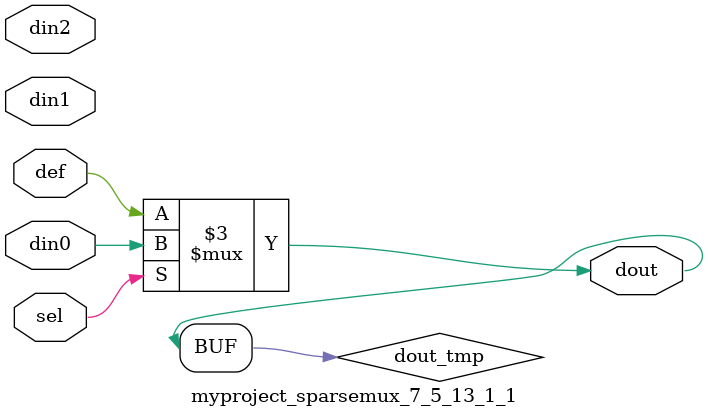
<source format=v>
`timescale 1ns / 1ps

module myproject_sparsemux_7_5_13_1_1 (din0,din1,din2,def,sel,dout);

parameter din0_WIDTH = 1;

parameter din1_WIDTH = 1;

parameter din2_WIDTH = 1;

parameter def_WIDTH = 1;
parameter sel_WIDTH = 1;
parameter dout_WIDTH = 1;

parameter [sel_WIDTH-1:0] CASE0 = 1;

parameter [sel_WIDTH-1:0] CASE1 = 1;

parameter [sel_WIDTH-1:0] CASE2 = 1;

parameter ID = 1;
parameter NUM_STAGE = 1;



input [din0_WIDTH-1:0] din0;

input [din1_WIDTH-1:0] din1;

input [din2_WIDTH-1:0] din2;

input [def_WIDTH-1:0] def;
input [sel_WIDTH-1:0] sel;

output [dout_WIDTH-1:0] dout;



reg [dout_WIDTH-1:0] dout_tmp;

always @ (*) begin
case (sel)
    
    CASE0 : dout_tmp = din0;
    
    CASE1 : dout_tmp = din1;
    
    CASE2 : dout_tmp = din2;
    
    default : dout_tmp = def;
endcase
end


assign dout = dout_tmp;



endmodule

</source>
